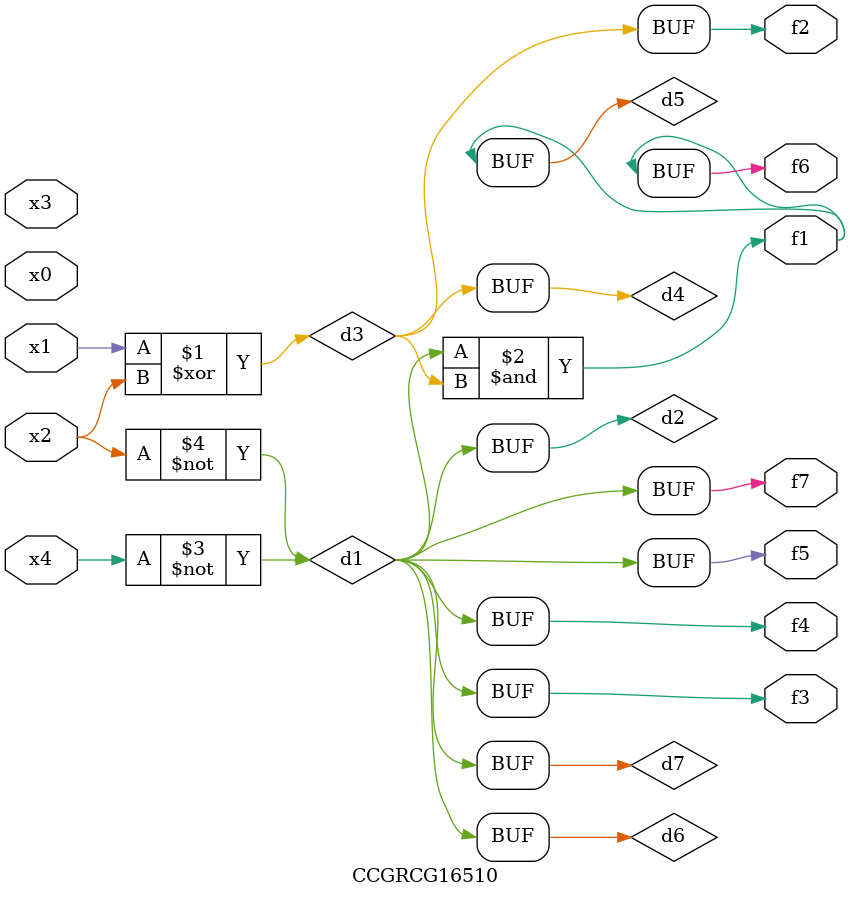
<source format=v>
module CCGRCG16510(
	input x0, x1, x2, x3, x4,
	output f1, f2, f3, f4, f5, f6, f7
);

	wire d1, d2, d3, d4, d5, d6, d7;

	not (d1, x4);
	not (d2, x2);
	xor (d3, x1, x2);
	buf (d4, d3);
	and (d5, d1, d3);
	buf (d6, d1, d2);
	buf (d7, d2);
	assign f1 = d5;
	assign f2 = d4;
	assign f3 = d7;
	assign f4 = d7;
	assign f5 = d7;
	assign f6 = d5;
	assign f7 = d7;
endmodule

</source>
